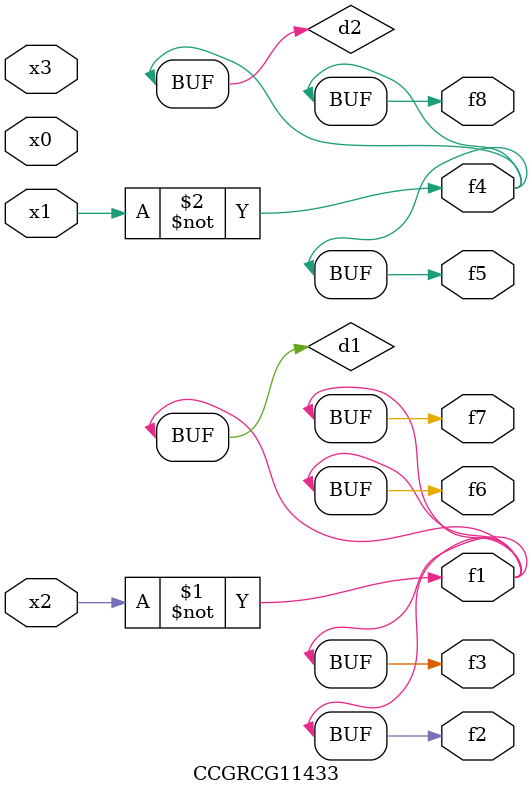
<source format=v>
module CCGRCG11433(
	input x0, x1, x2, x3,
	output f1, f2, f3, f4, f5, f6, f7, f8
);

	wire d1, d2;

	xnor (d1, x2);
	not (d2, x1);
	assign f1 = d1;
	assign f2 = d1;
	assign f3 = d1;
	assign f4 = d2;
	assign f5 = d2;
	assign f6 = d1;
	assign f7 = d1;
	assign f8 = d2;
endmodule

</source>
